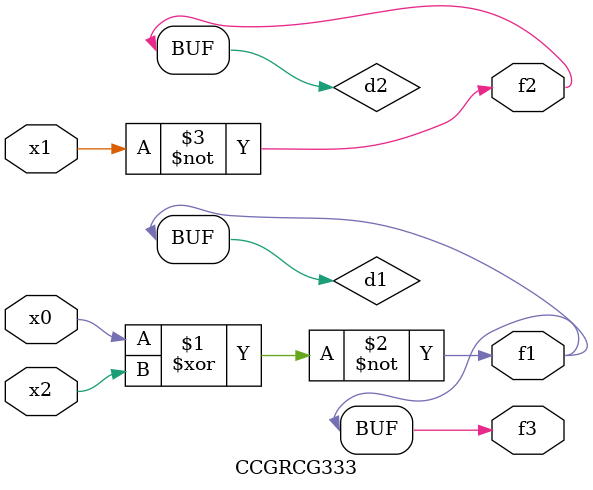
<source format=v>
module CCGRCG333(
	input x0, x1, x2,
	output f1, f2, f3
);

	wire d1, d2, d3;

	xnor (d1, x0, x2);
	nand (d2, x1);
	nor (d3, x1, x2);
	assign f1 = d1;
	assign f2 = d2;
	assign f3 = d1;
endmodule

</source>
